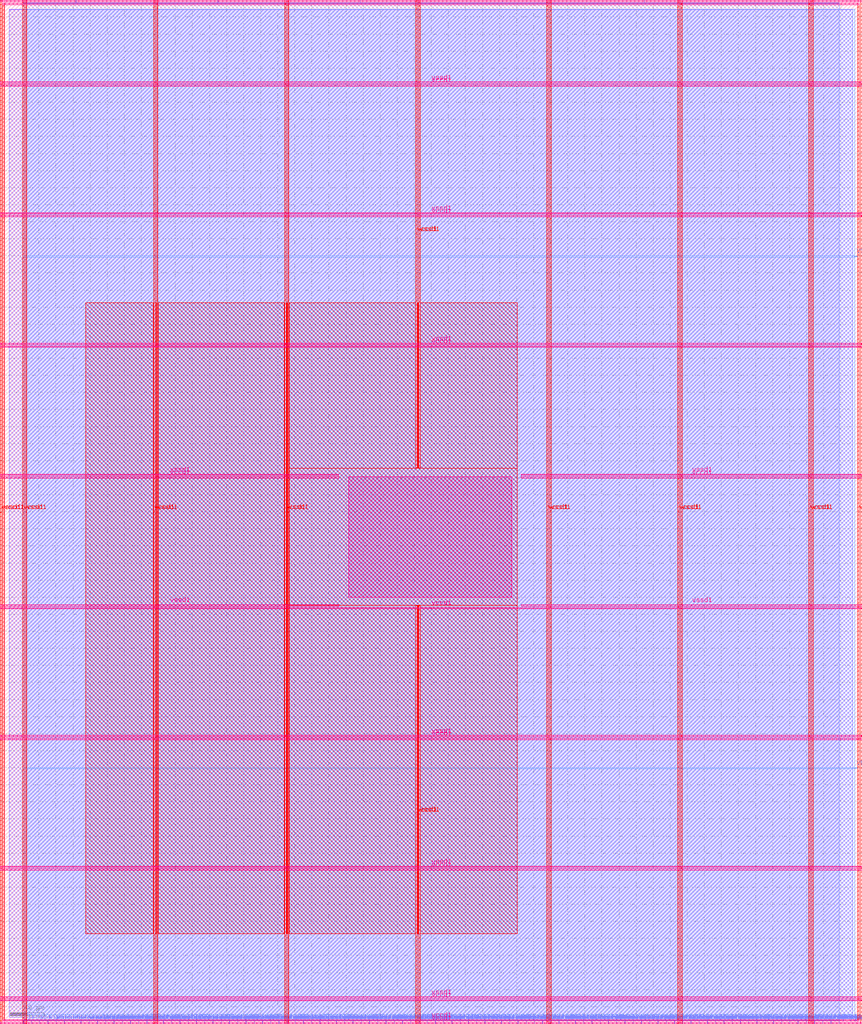
<source format=lef>
VERSION 5.7 ;
  NOWIREEXTENSIONATPIN ON ;
  DIVIDERCHAR "/" ;
  BUSBITCHARS "[]" ;
MACRO SRAM_Wrapper_top
  CLASS BLOCK ;
  FOREIGN SRAM_Wrapper_top ;
  ORIGIN 0.000 0.000 ;
  SIZE 1000.000 BY 1200.000 ;
  PIN EN
    DIRECTION INOUT ;
    USE SIGNAL ;
    PORT
      LAYER met2 ;
        RECT 249.870 1196.000 250.150 1200.000 ;
    END
  END EN
  PIN EN_VCLP
    DIRECTION OUTPUT TRISTATE ;
    USE SIGNAL ;
    PORT
      LAYER met2 ;
        RECT 978.050 0.000 978.330 4.000 ;
    END
  END EN_VCLP
  PIN Iref0
    DIRECTION INOUT ;
    USE SIGNAL ;
    PORT
      LAYER met2 ;
        RECT 416.390 1196.000 416.670 1200.000 ;
    END
  END Iref0
  PIN Iref1
    DIRECTION INOUT ;
    USE SIGNAL ;
    PORT
      LAYER met2 ;
        RECT 582.910 1196.000 583.190 1200.000 ;
    END
  END Iref1
  PIN Iref2
    DIRECTION INOUT ;
    USE SIGNAL ;
    PORT
      LAYER met2 ;
        RECT 749.430 1196.000 749.710 1200.000 ;
    END
  END Iref2
  PIN Iref3
    DIRECTION INOUT ;
    USE SIGNAL ;
    PORT
      LAYER met2 ;
        RECT 915.950 1196.000 916.230 1200.000 ;
    END
  END Iref3
  PIN VCLP
    DIRECTION INOUT ;
    USE SIGNAL ;
    PORT
      LAYER met2 ;
        RECT 83.350 1196.000 83.630 1200.000 ;
    END
  END VCLP
  PIN VDD
    DIRECTION INOUT ;
    USE SIGNAL ;
    PORT
      LAYER met3 ;
        RECT 996.000 299.240 1000.000 299.840 ;
    END
  END VDD
  PIN VSS
    DIRECTION INOUT ;
    USE SIGNAL ;
    PORT
      LAYER met3 ;
        RECT 996.000 899.000 1000.000 899.600 ;
    END
  END VSS
  PIN clk
    DIRECTION INPUT ;
    USE SIGNAL ;
    PORT
      LAYER met2 ;
        RECT 21.710 0.000 21.990 4.000 ;
    END
  END clk
  PIN reset_n
    DIRECTION INPUT ;
    USE SIGNAL ;
    PORT
      LAYER met2 ;
        RECT 31.370 0.000 31.650 4.000 ;
    END
  END reset_n
  PIN vccd1
    DIRECTION INOUT ;
    USE POWER ;
    PORT
      LAYER met4 ;
        RECT -2.080 3.280 -0.480 1196.240 ;
    END
    PORT
      LAYER met5 ;
        RECT -2.080 3.280 1001.660 4.880 ;
    END
    PORT
      LAYER met5 ;
        RECT -2.080 1194.640 1001.660 1196.240 ;
    END
    PORT
      LAYER met4 ;
        RECT 1000.060 3.280 1001.660 1196.240 ;
    END
    PORT
      LAYER met4 ;
        RECT 21.040 -0.020 22.640 1199.540 ;
    END
    PORT
      LAYER met4 ;
        RECT 174.640 -0.020 176.240 1199.540 ;
    END
    PORT
      LAYER met4 ;
        RECT 328.240 -0.020 329.840 1199.540 ;
    END
    PORT
      LAYER met4 ;
        RECT 481.840 -0.020 483.440 489.840 ;
    END
    PORT
      LAYER met4 ;
        RECT 481.840 651.530 483.440 1199.540 ;
    END
    PORT
      LAYER met4 ;
        RECT 635.440 -0.020 637.040 1199.540 ;
    END
    PORT
      LAYER met4 ;
        RECT 789.040 -0.020 790.640 1199.540 ;
    END
    PORT
      LAYER met4 ;
        RECT 942.640 -0.020 944.240 1199.540 ;
    END
    PORT
      LAYER met5 ;
        RECT -5.380 26.730 1004.960 28.330 ;
    END
    PORT
      LAYER met5 ;
        RECT -5.380 179.910 1004.960 181.510 ;
    END
    PORT
      LAYER met5 ;
        RECT -5.380 333.090 1004.960 334.690 ;
    END
    PORT
      LAYER met5 ;
        RECT -5.380 486.270 1004.960 487.870 ;
    END
    PORT
      LAYER met5 ;
        RECT -5.380 639.450 391.640 641.050 ;
    END
    PORT
      LAYER met5 ;
        RECT -5.380 792.630 1004.960 794.230 ;
    END
    PORT
      LAYER met5 ;
        RECT -5.380 945.810 1004.960 947.410 ;
    END
    PORT
      LAYER met5 ;
        RECT -5.380 1098.990 1004.960 1100.590 ;
    END
    PORT
      LAYER met5 ;
        RECT 605.660 639.450 1004.960 641.050 ;
    END
  END vccd1
  PIN vssd1
    DIRECTION INOUT ;
    USE GROUND ;
    PORT
      LAYER met4 ;
        RECT -5.380 -0.020 -3.780 1199.540 ;
    END
    PORT
      LAYER met5 ;
        RECT -5.380 -0.020 1004.960 1.580 ;
    END
    PORT
      LAYER met5 ;
        RECT -5.380 1197.940 1004.960 1199.540 ;
    END
    PORT
      LAYER met4 ;
        RECT 1003.360 -0.020 1004.960 1199.540 ;
    END
    PORT
      LAYER met4 ;
        RECT 24.340 -0.020 25.940 1199.540 ;
    END
    PORT
      LAYER met4 ;
        RECT 177.940 -0.020 179.540 1199.540 ;
    END
    PORT
      LAYER met4 ;
        RECT 331.540 -0.020 333.140 1199.540 ;
    END
    PORT
      LAYER met4 ;
        RECT 485.140 -0.020 486.740 489.840 ;
    END
    PORT
      LAYER met4 ;
        RECT 485.140 651.530 486.740 1199.540 ;
    END
    PORT
      LAYER met4 ;
        RECT 638.740 -0.020 640.340 1199.540 ;
    END
    PORT
      LAYER met4 ;
        RECT 792.340 -0.020 793.940 1199.540 ;
    END
    PORT
      LAYER met4 ;
        RECT 945.940 -0.020 947.540 1199.540 ;
    END
    PORT
      LAYER met5 ;
        RECT -5.380 30.030 1004.960 31.630 ;
    END
    PORT
      LAYER met5 ;
        RECT -5.380 183.210 1004.960 184.810 ;
    END
    PORT
      LAYER met5 ;
        RECT -5.380 336.390 1004.960 337.990 ;
    END
    PORT
      LAYER met5 ;
        RECT -5.380 489.570 391.640 491.170 ;
    END
    PORT
      LAYER met5 ;
        RECT -5.380 642.750 391.640 644.350 ;
    END
    PORT
      LAYER met5 ;
        RECT -5.380 795.930 1004.960 797.530 ;
    END
    PORT
      LAYER met5 ;
        RECT -5.380 949.110 1004.960 950.710 ;
    END
    PORT
      LAYER met5 ;
        RECT -5.380 1102.290 1004.960 1103.890 ;
    END
    PORT
      LAYER met5 ;
        RECT 605.660 489.570 1004.960 491.170 ;
    END
    PORT
      LAYER met5 ;
        RECT 605.660 642.750 1004.960 644.350 ;
    END
  END vssd1
  PIN wbs_we_i
    DIRECTION INPUT ;
    USE SIGNAL ;
    PORT
      LAYER met2 ;
        RECT 41.030 0.000 41.310 4.000 ;
    END
  END wbs_we_i
  PIN wishbone_buffer_data_in[0]
    DIRECTION INPUT ;
    USE SIGNAL ;
    PORT
      LAYER met2 ;
        RECT 60.350 0.000 60.630 4.000 ;
    END
  END wishbone_buffer_data_in[0]
  PIN wishbone_buffer_data_in[10]
    DIRECTION INPUT ;
    USE SIGNAL ;
    PORT
      LAYER met2 ;
        RECT 350.150 0.000 350.430 4.000 ;
    END
  END wishbone_buffer_data_in[10]
  PIN wishbone_buffer_data_in[11]
    DIRECTION INPUT ;
    USE SIGNAL ;
    PORT
      LAYER met2 ;
        RECT 379.130 0.000 379.410 4.000 ;
    END
  END wishbone_buffer_data_in[11]
  PIN wishbone_buffer_data_in[12]
    DIRECTION INPUT ;
    USE SIGNAL ;
    PORT
      LAYER met2 ;
        RECT 408.110 0.000 408.390 4.000 ;
    END
  END wishbone_buffer_data_in[12]
  PIN wishbone_buffer_data_in[13]
    DIRECTION INPUT ;
    USE SIGNAL ;
    PORT
      LAYER met2 ;
        RECT 437.090 0.000 437.370 4.000 ;
    END
  END wishbone_buffer_data_in[13]
  PIN wishbone_buffer_data_in[14]
    DIRECTION INPUT ;
    USE SIGNAL ;
    PORT
      LAYER met2 ;
        RECT 466.070 0.000 466.350 4.000 ;
    END
  END wishbone_buffer_data_in[14]
  PIN wishbone_buffer_data_in[15]
    DIRECTION INPUT ;
    USE SIGNAL ;
    PORT
      LAYER met2 ;
        RECT 495.050 0.000 495.330 4.000 ;
    END
  END wishbone_buffer_data_in[15]
  PIN wishbone_buffer_data_in[16]
    DIRECTION INPUT ;
    USE SIGNAL ;
    PORT
      LAYER met2 ;
        RECT 524.030 0.000 524.310 4.000 ;
    END
  END wishbone_buffer_data_in[16]
  PIN wishbone_buffer_data_in[17]
    DIRECTION INPUT ;
    USE SIGNAL ;
    PORT
      LAYER met2 ;
        RECT 553.010 0.000 553.290 4.000 ;
    END
  END wishbone_buffer_data_in[17]
  PIN wishbone_buffer_data_in[18]
    DIRECTION INPUT ;
    USE SIGNAL ;
    PORT
      LAYER met2 ;
        RECT 581.990 0.000 582.270 4.000 ;
    END
  END wishbone_buffer_data_in[18]
  PIN wishbone_buffer_data_in[19]
    DIRECTION INPUT ;
    USE SIGNAL ;
    PORT
      LAYER met2 ;
        RECT 610.970 0.000 611.250 4.000 ;
    END
  END wishbone_buffer_data_in[19]
  PIN wishbone_buffer_data_in[1]
    DIRECTION INPUT ;
    USE SIGNAL ;
    PORT
      LAYER met2 ;
        RECT 89.330 0.000 89.610 4.000 ;
    END
  END wishbone_buffer_data_in[1]
  PIN wishbone_buffer_data_in[20]
    DIRECTION INPUT ;
    USE SIGNAL ;
    PORT
      LAYER met2 ;
        RECT 639.950 0.000 640.230 4.000 ;
    END
  END wishbone_buffer_data_in[20]
  PIN wishbone_buffer_data_in[21]
    DIRECTION INPUT ;
    USE SIGNAL ;
    PORT
      LAYER met2 ;
        RECT 668.930 0.000 669.210 4.000 ;
    END
  END wishbone_buffer_data_in[21]
  PIN wishbone_buffer_data_in[22]
    DIRECTION INPUT ;
    USE SIGNAL ;
    PORT
      LAYER met2 ;
        RECT 697.910 0.000 698.190 4.000 ;
    END
  END wishbone_buffer_data_in[22]
  PIN wishbone_buffer_data_in[23]
    DIRECTION INPUT ;
    USE SIGNAL ;
    PORT
      LAYER met2 ;
        RECT 726.890 0.000 727.170 4.000 ;
    END
  END wishbone_buffer_data_in[23]
  PIN wishbone_buffer_data_in[24]
    DIRECTION INPUT ;
    USE SIGNAL ;
    PORT
      LAYER met2 ;
        RECT 755.870 0.000 756.150 4.000 ;
    END
  END wishbone_buffer_data_in[24]
  PIN wishbone_buffer_data_in[25]
    DIRECTION INPUT ;
    USE SIGNAL ;
    PORT
      LAYER met2 ;
        RECT 784.850 0.000 785.130 4.000 ;
    END
  END wishbone_buffer_data_in[25]
  PIN wishbone_buffer_data_in[26]
    DIRECTION INPUT ;
    USE SIGNAL ;
    PORT
      LAYER met2 ;
        RECT 813.830 0.000 814.110 4.000 ;
    END
  END wishbone_buffer_data_in[26]
  PIN wishbone_buffer_data_in[27]
    DIRECTION INPUT ;
    USE SIGNAL ;
    PORT
      LAYER met2 ;
        RECT 842.810 0.000 843.090 4.000 ;
    END
  END wishbone_buffer_data_in[27]
  PIN wishbone_buffer_data_in[28]
    DIRECTION INPUT ;
    USE SIGNAL ;
    PORT
      LAYER met2 ;
        RECT 871.790 0.000 872.070 4.000 ;
    END
  END wishbone_buffer_data_in[28]
  PIN wishbone_buffer_data_in[29]
    DIRECTION INPUT ;
    USE SIGNAL ;
    PORT
      LAYER met2 ;
        RECT 900.770 0.000 901.050 4.000 ;
    END
  END wishbone_buffer_data_in[29]
  PIN wishbone_buffer_data_in[2]
    DIRECTION INPUT ;
    USE SIGNAL ;
    PORT
      LAYER met2 ;
        RECT 118.310 0.000 118.590 4.000 ;
    END
  END wishbone_buffer_data_in[2]
  PIN wishbone_buffer_data_in[30]
    DIRECTION INPUT ;
    USE SIGNAL ;
    PORT
      LAYER met2 ;
        RECT 929.750 0.000 930.030 4.000 ;
    END
  END wishbone_buffer_data_in[30]
  PIN wishbone_buffer_data_in[31]
    DIRECTION INPUT ;
    USE SIGNAL ;
    PORT
      LAYER met2 ;
        RECT 958.730 0.000 959.010 4.000 ;
    END
  END wishbone_buffer_data_in[31]
  PIN wishbone_buffer_data_in[3]
    DIRECTION INPUT ;
    USE SIGNAL ;
    PORT
      LAYER met2 ;
        RECT 147.290 0.000 147.570 4.000 ;
    END
  END wishbone_buffer_data_in[3]
  PIN wishbone_buffer_data_in[4]
    DIRECTION INPUT ;
    USE SIGNAL ;
    PORT
      LAYER met2 ;
        RECT 176.270 0.000 176.550 4.000 ;
    END
  END wishbone_buffer_data_in[4]
  PIN wishbone_buffer_data_in[5]
    DIRECTION INPUT ;
    USE SIGNAL ;
    PORT
      LAYER met2 ;
        RECT 205.250 0.000 205.530 4.000 ;
    END
  END wishbone_buffer_data_in[5]
  PIN wishbone_buffer_data_in[6]
    DIRECTION INPUT ;
    USE SIGNAL ;
    PORT
      LAYER met2 ;
        RECT 234.230 0.000 234.510 4.000 ;
    END
  END wishbone_buffer_data_in[6]
  PIN wishbone_buffer_data_in[7]
    DIRECTION INPUT ;
    USE SIGNAL ;
    PORT
      LAYER met2 ;
        RECT 263.210 0.000 263.490 4.000 ;
    END
  END wishbone_buffer_data_in[7]
  PIN wishbone_buffer_data_in[8]
    DIRECTION INPUT ;
    USE SIGNAL ;
    PORT
      LAYER met2 ;
        RECT 292.190 0.000 292.470 4.000 ;
    END
  END wishbone_buffer_data_in[8]
  PIN wishbone_buffer_data_in[9]
    DIRECTION INPUT ;
    USE SIGNAL ;
    PORT
      LAYER met2 ;
        RECT 321.170 0.000 321.450 4.000 ;
    END
  END wishbone_buffer_data_in[9]
  PIN wishbone_databus_out[0]
    DIRECTION OUTPUT TRISTATE ;
    USE SIGNAL ;
    PORT
      LAYER met2 ;
        RECT 70.010 0.000 70.290 4.000 ;
    END
  END wishbone_databus_out[0]
  PIN wishbone_databus_out[10]
    DIRECTION OUTPUT TRISTATE ;
    USE SIGNAL ;
    PORT
      LAYER met2 ;
        RECT 359.810 0.000 360.090 4.000 ;
    END
  END wishbone_databus_out[10]
  PIN wishbone_databus_out[11]
    DIRECTION OUTPUT TRISTATE ;
    USE SIGNAL ;
    PORT
      LAYER met2 ;
        RECT 388.790 0.000 389.070 4.000 ;
    END
  END wishbone_databus_out[11]
  PIN wishbone_databus_out[12]
    DIRECTION OUTPUT TRISTATE ;
    USE SIGNAL ;
    PORT
      LAYER met2 ;
        RECT 417.770 0.000 418.050 4.000 ;
    END
  END wishbone_databus_out[12]
  PIN wishbone_databus_out[13]
    DIRECTION OUTPUT TRISTATE ;
    USE SIGNAL ;
    PORT
      LAYER met2 ;
        RECT 446.750 0.000 447.030 4.000 ;
    END
  END wishbone_databus_out[13]
  PIN wishbone_databus_out[14]
    DIRECTION OUTPUT TRISTATE ;
    USE SIGNAL ;
    PORT
      LAYER met2 ;
        RECT 475.730 0.000 476.010 4.000 ;
    END
  END wishbone_databus_out[14]
  PIN wishbone_databus_out[15]
    DIRECTION OUTPUT TRISTATE ;
    USE SIGNAL ;
    PORT
      LAYER met2 ;
        RECT 504.710 0.000 504.990 4.000 ;
    END
  END wishbone_databus_out[15]
  PIN wishbone_databus_out[16]
    DIRECTION OUTPUT TRISTATE ;
    USE SIGNAL ;
    PORT
      LAYER met2 ;
        RECT 533.690 0.000 533.970 4.000 ;
    END
  END wishbone_databus_out[16]
  PIN wishbone_databus_out[17]
    DIRECTION OUTPUT TRISTATE ;
    USE SIGNAL ;
    PORT
      LAYER met2 ;
        RECT 562.670 0.000 562.950 4.000 ;
    END
  END wishbone_databus_out[17]
  PIN wishbone_databus_out[18]
    DIRECTION OUTPUT TRISTATE ;
    USE SIGNAL ;
    PORT
      LAYER met2 ;
        RECT 591.650 0.000 591.930 4.000 ;
    END
  END wishbone_databus_out[18]
  PIN wishbone_databus_out[19]
    DIRECTION OUTPUT TRISTATE ;
    USE SIGNAL ;
    PORT
      LAYER met2 ;
        RECT 620.630 0.000 620.910 4.000 ;
    END
  END wishbone_databus_out[19]
  PIN wishbone_databus_out[1]
    DIRECTION OUTPUT TRISTATE ;
    USE SIGNAL ;
    PORT
      LAYER met2 ;
        RECT 98.990 0.000 99.270 4.000 ;
    END
  END wishbone_databus_out[1]
  PIN wishbone_databus_out[20]
    DIRECTION OUTPUT TRISTATE ;
    USE SIGNAL ;
    PORT
      LAYER met2 ;
        RECT 649.610 0.000 649.890 4.000 ;
    END
  END wishbone_databus_out[20]
  PIN wishbone_databus_out[21]
    DIRECTION OUTPUT TRISTATE ;
    USE SIGNAL ;
    PORT
      LAYER met2 ;
        RECT 678.590 0.000 678.870 4.000 ;
    END
  END wishbone_databus_out[21]
  PIN wishbone_databus_out[22]
    DIRECTION OUTPUT TRISTATE ;
    USE SIGNAL ;
    PORT
      LAYER met2 ;
        RECT 707.570 0.000 707.850 4.000 ;
    END
  END wishbone_databus_out[22]
  PIN wishbone_databus_out[23]
    DIRECTION OUTPUT TRISTATE ;
    USE SIGNAL ;
    PORT
      LAYER met2 ;
        RECT 736.550 0.000 736.830 4.000 ;
    END
  END wishbone_databus_out[23]
  PIN wishbone_databus_out[24]
    DIRECTION OUTPUT TRISTATE ;
    USE SIGNAL ;
    PORT
      LAYER met2 ;
        RECT 765.530 0.000 765.810 4.000 ;
    END
  END wishbone_databus_out[24]
  PIN wishbone_databus_out[25]
    DIRECTION OUTPUT TRISTATE ;
    USE SIGNAL ;
    PORT
      LAYER met2 ;
        RECT 794.510 0.000 794.790 4.000 ;
    END
  END wishbone_databus_out[25]
  PIN wishbone_databus_out[26]
    DIRECTION OUTPUT TRISTATE ;
    USE SIGNAL ;
    PORT
      LAYER met2 ;
        RECT 823.490 0.000 823.770 4.000 ;
    END
  END wishbone_databus_out[26]
  PIN wishbone_databus_out[27]
    DIRECTION OUTPUT TRISTATE ;
    USE SIGNAL ;
    PORT
      LAYER met2 ;
        RECT 852.470 0.000 852.750 4.000 ;
    END
  END wishbone_databus_out[27]
  PIN wishbone_databus_out[28]
    DIRECTION OUTPUT TRISTATE ;
    USE SIGNAL ;
    PORT
      LAYER met2 ;
        RECT 881.450 0.000 881.730 4.000 ;
    END
  END wishbone_databus_out[28]
  PIN wishbone_databus_out[29]
    DIRECTION OUTPUT TRISTATE ;
    USE SIGNAL ;
    PORT
      LAYER met2 ;
        RECT 910.430 0.000 910.710 4.000 ;
    END
  END wishbone_databus_out[29]
  PIN wishbone_databus_out[2]
    DIRECTION OUTPUT TRISTATE ;
    USE SIGNAL ;
    PORT
      LAYER met2 ;
        RECT 127.970 0.000 128.250 4.000 ;
    END
  END wishbone_databus_out[2]
  PIN wishbone_databus_out[30]
    DIRECTION OUTPUT TRISTATE ;
    USE SIGNAL ;
    PORT
      LAYER met2 ;
        RECT 939.410 0.000 939.690 4.000 ;
    END
  END wishbone_databus_out[30]
  PIN wishbone_databus_out[31]
    DIRECTION OUTPUT TRISTATE ;
    USE SIGNAL ;
    PORT
      LAYER met2 ;
        RECT 968.390 0.000 968.670 4.000 ;
    END
  END wishbone_databus_out[31]
  PIN wishbone_databus_out[3]
    DIRECTION OUTPUT TRISTATE ;
    USE SIGNAL ;
    PORT
      LAYER met2 ;
        RECT 156.950 0.000 157.230 4.000 ;
    END
  END wishbone_databus_out[3]
  PIN wishbone_databus_out[4]
    DIRECTION OUTPUT TRISTATE ;
    USE SIGNAL ;
    PORT
      LAYER met2 ;
        RECT 185.930 0.000 186.210 4.000 ;
    END
  END wishbone_databus_out[4]
  PIN wishbone_databus_out[5]
    DIRECTION OUTPUT TRISTATE ;
    USE SIGNAL ;
    PORT
      LAYER met2 ;
        RECT 214.910 0.000 215.190 4.000 ;
    END
  END wishbone_databus_out[5]
  PIN wishbone_databus_out[6]
    DIRECTION OUTPUT TRISTATE ;
    USE SIGNAL ;
    PORT
      LAYER met2 ;
        RECT 243.890 0.000 244.170 4.000 ;
    END
  END wishbone_databus_out[6]
  PIN wishbone_databus_out[7]
    DIRECTION OUTPUT TRISTATE ;
    USE SIGNAL ;
    PORT
      LAYER met2 ;
        RECT 272.870 0.000 273.150 4.000 ;
    END
  END wishbone_databus_out[7]
  PIN wishbone_databus_out[8]
    DIRECTION OUTPUT TRISTATE ;
    USE SIGNAL ;
    PORT
      LAYER met2 ;
        RECT 301.850 0.000 302.130 4.000 ;
    END
  END wishbone_databus_out[8]
  PIN wishbone_databus_out[9]
    DIRECTION OUTPUT TRISTATE ;
    USE SIGNAL ;
    PORT
      LAYER met2 ;
        RECT 330.830 0.000 331.110 4.000 ;
    END
  END wishbone_databus_out[9]
  PIN wishbone_rw_addr[0]
    DIRECTION INPUT ;
    USE SIGNAL ;
    PORT
      LAYER met2 ;
        RECT 50.690 0.000 50.970 4.000 ;
    END
  END wishbone_rw_addr[0]
  PIN wishbone_rw_addr[10]
    DIRECTION INPUT ;
    USE SIGNAL ;
    PORT
      LAYER met2 ;
        RECT 340.490 0.000 340.770 4.000 ;
    END
  END wishbone_rw_addr[10]
  PIN wishbone_rw_addr[11]
    DIRECTION INPUT ;
    USE SIGNAL ;
    PORT
      LAYER met2 ;
        RECT 369.470 0.000 369.750 4.000 ;
    END
  END wishbone_rw_addr[11]
  PIN wishbone_rw_addr[12]
    DIRECTION INPUT ;
    USE SIGNAL ;
    PORT
      LAYER met2 ;
        RECT 398.450 0.000 398.730 4.000 ;
    END
  END wishbone_rw_addr[12]
  PIN wishbone_rw_addr[13]
    DIRECTION INPUT ;
    USE SIGNAL ;
    PORT
      LAYER met2 ;
        RECT 427.430 0.000 427.710 4.000 ;
    END
  END wishbone_rw_addr[13]
  PIN wishbone_rw_addr[14]
    DIRECTION INPUT ;
    USE SIGNAL ;
    PORT
      LAYER met2 ;
        RECT 456.410 0.000 456.690 4.000 ;
    END
  END wishbone_rw_addr[14]
  PIN wishbone_rw_addr[15]
    DIRECTION INPUT ;
    USE SIGNAL ;
    PORT
      LAYER met2 ;
        RECT 485.390 0.000 485.670 4.000 ;
    END
  END wishbone_rw_addr[15]
  PIN wishbone_rw_addr[16]
    DIRECTION INPUT ;
    USE SIGNAL ;
    PORT
      LAYER met2 ;
        RECT 514.370 0.000 514.650 4.000 ;
    END
  END wishbone_rw_addr[16]
  PIN wishbone_rw_addr[17]
    DIRECTION INPUT ;
    USE SIGNAL ;
    PORT
      LAYER met2 ;
        RECT 543.350 0.000 543.630 4.000 ;
    END
  END wishbone_rw_addr[17]
  PIN wishbone_rw_addr[18]
    DIRECTION INPUT ;
    USE SIGNAL ;
    PORT
      LAYER met2 ;
        RECT 572.330 0.000 572.610 4.000 ;
    END
  END wishbone_rw_addr[18]
  PIN wishbone_rw_addr[19]
    DIRECTION INPUT ;
    USE SIGNAL ;
    PORT
      LAYER met2 ;
        RECT 601.310 0.000 601.590 4.000 ;
    END
  END wishbone_rw_addr[19]
  PIN wishbone_rw_addr[1]
    DIRECTION INPUT ;
    USE SIGNAL ;
    PORT
      LAYER met2 ;
        RECT 79.670 0.000 79.950 4.000 ;
    END
  END wishbone_rw_addr[1]
  PIN wishbone_rw_addr[20]
    DIRECTION INPUT ;
    USE SIGNAL ;
    PORT
      LAYER met2 ;
        RECT 630.290 0.000 630.570 4.000 ;
    END
  END wishbone_rw_addr[20]
  PIN wishbone_rw_addr[21]
    DIRECTION INPUT ;
    USE SIGNAL ;
    PORT
      LAYER met2 ;
        RECT 659.270 0.000 659.550 4.000 ;
    END
  END wishbone_rw_addr[21]
  PIN wishbone_rw_addr[22]
    DIRECTION INPUT ;
    USE SIGNAL ;
    PORT
      LAYER met2 ;
        RECT 688.250 0.000 688.530 4.000 ;
    END
  END wishbone_rw_addr[22]
  PIN wishbone_rw_addr[23]
    DIRECTION INPUT ;
    USE SIGNAL ;
    PORT
      LAYER met2 ;
        RECT 717.230 0.000 717.510 4.000 ;
    END
  END wishbone_rw_addr[23]
  PIN wishbone_rw_addr[24]
    DIRECTION INPUT ;
    USE SIGNAL ;
    PORT
      LAYER met2 ;
        RECT 746.210 0.000 746.490 4.000 ;
    END
  END wishbone_rw_addr[24]
  PIN wishbone_rw_addr[25]
    DIRECTION INPUT ;
    USE SIGNAL ;
    PORT
      LAYER met2 ;
        RECT 775.190 0.000 775.470 4.000 ;
    END
  END wishbone_rw_addr[25]
  PIN wishbone_rw_addr[26]
    DIRECTION INPUT ;
    USE SIGNAL ;
    PORT
      LAYER met2 ;
        RECT 804.170 0.000 804.450 4.000 ;
    END
  END wishbone_rw_addr[26]
  PIN wishbone_rw_addr[27]
    DIRECTION INPUT ;
    USE SIGNAL ;
    PORT
      LAYER met2 ;
        RECT 833.150 0.000 833.430 4.000 ;
    END
  END wishbone_rw_addr[27]
  PIN wishbone_rw_addr[28]
    DIRECTION INPUT ;
    USE SIGNAL ;
    PORT
      LAYER met2 ;
        RECT 862.130 0.000 862.410 4.000 ;
    END
  END wishbone_rw_addr[28]
  PIN wishbone_rw_addr[29]
    DIRECTION INPUT ;
    USE SIGNAL ;
    PORT
      LAYER met2 ;
        RECT 891.110 0.000 891.390 4.000 ;
    END
  END wishbone_rw_addr[29]
  PIN wishbone_rw_addr[2]
    DIRECTION INPUT ;
    USE SIGNAL ;
    PORT
      LAYER met2 ;
        RECT 108.650 0.000 108.930 4.000 ;
    END
  END wishbone_rw_addr[2]
  PIN wishbone_rw_addr[30]
    DIRECTION INPUT ;
    USE SIGNAL ;
    PORT
      LAYER met2 ;
        RECT 920.090 0.000 920.370 4.000 ;
    END
  END wishbone_rw_addr[30]
  PIN wishbone_rw_addr[31]
    DIRECTION INPUT ;
    USE SIGNAL ;
    PORT
      LAYER met2 ;
        RECT 949.070 0.000 949.350 4.000 ;
    END
  END wishbone_rw_addr[31]
  PIN wishbone_rw_addr[3]
    DIRECTION INPUT ;
    USE SIGNAL ;
    PORT
      LAYER met2 ;
        RECT 137.630 0.000 137.910 4.000 ;
    END
  END wishbone_rw_addr[3]
  PIN wishbone_rw_addr[4]
    DIRECTION INPUT ;
    USE SIGNAL ;
    PORT
      LAYER met2 ;
        RECT 166.610 0.000 166.890 4.000 ;
    END
  END wishbone_rw_addr[4]
  PIN wishbone_rw_addr[5]
    DIRECTION INPUT ;
    USE SIGNAL ;
    PORT
      LAYER met2 ;
        RECT 195.590 0.000 195.870 4.000 ;
    END
  END wishbone_rw_addr[5]
  PIN wishbone_rw_addr[6]
    DIRECTION INPUT ;
    USE SIGNAL ;
    PORT
      LAYER met2 ;
        RECT 224.570 0.000 224.850 4.000 ;
    END
  END wishbone_rw_addr[6]
  PIN wishbone_rw_addr[7]
    DIRECTION INPUT ;
    USE SIGNAL ;
    PORT
      LAYER met2 ;
        RECT 253.550 0.000 253.830 4.000 ;
    END
  END wishbone_rw_addr[7]
  PIN wishbone_rw_addr[8]
    DIRECTION INPUT ;
    USE SIGNAL ;
    PORT
      LAYER met2 ;
        RECT 282.530 0.000 282.810 4.000 ;
    END
  END wishbone_rw_addr[8]
  PIN wishbone_rw_addr[9]
    DIRECTION INPUT ;
    USE SIGNAL ;
    PORT
      LAYER met2 ;
        RECT 311.510 0.000 311.790 4.000 ;
    END
  END wishbone_rw_addr[9]
  OBS
      LAYER li1 ;
        RECT 5.520 10.795 994.060 1188.725 ;
      LAYER met1 ;
        RECT 5.520 7.860 994.060 1188.880 ;
      LAYER met2 ;
        RECT 21.070 1195.720 83.070 1196.530 ;
        RECT 83.910 1195.720 249.590 1196.530 ;
        RECT 250.430 1195.720 416.110 1196.530 ;
        RECT 416.950 1195.720 582.630 1196.530 ;
        RECT 583.470 1195.720 749.150 1196.530 ;
        RECT 749.990 1195.720 915.670 1196.530 ;
        RECT 916.510 1195.720 978.320 1196.530 ;
        RECT 21.070 4.280 978.320 1195.720 ;
        RECT 21.070 3.670 21.430 4.280 ;
        RECT 22.270 3.670 31.090 4.280 ;
        RECT 31.930 3.670 40.750 4.280 ;
        RECT 41.590 3.670 50.410 4.280 ;
        RECT 51.250 3.670 60.070 4.280 ;
        RECT 60.910 3.670 69.730 4.280 ;
        RECT 70.570 3.670 79.390 4.280 ;
        RECT 80.230 3.670 89.050 4.280 ;
        RECT 89.890 3.670 98.710 4.280 ;
        RECT 99.550 3.670 108.370 4.280 ;
        RECT 109.210 3.670 118.030 4.280 ;
        RECT 118.870 3.670 127.690 4.280 ;
        RECT 128.530 3.670 137.350 4.280 ;
        RECT 138.190 3.670 147.010 4.280 ;
        RECT 147.850 3.670 156.670 4.280 ;
        RECT 157.510 3.670 166.330 4.280 ;
        RECT 167.170 3.670 175.990 4.280 ;
        RECT 176.830 3.670 185.650 4.280 ;
        RECT 186.490 3.670 195.310 4.280 ;
        RECT 196.150 3.670 204.970 4.280 ;
        RECT 205.810 3.670 214.630 4.280 ;
        RECT 215.470 3.670 224.290 4.280 ;
        RECT 225.130 3.670 233.950 4.280 ;
        RECT 234.790 3.670 243.610 4.280 ;
        RECT 244.450 3.670 253.270 4.280 ;
        RECT 254.110 3.670 262.930 4.280 ;
        RECT 263.770 3.670 272.590 4.280 ;
        RECT 273.430 3.670 282.250 4.280 ;
        RECT 283.090 3.670 291.910 4.280 ;
        RECT 292.750 3.670 301.570 4.280 ;
        RECT 302.410 3.670 311.230 4.280 ;
        RECT 312.070 3.670 320.890 4.280 ;
        RECT 321.730 3.670 330.550 4.280 ;
        RECT 331.390 3.670 340.210 4.280 ;
        RECT 341.050 3.670 349.870 4.280 ;
        RECT 350.710 3.670 359.530 4.280 ;
        RECT 360.370 3.670 369.190 4.280 ;
        RECT 370.030 3.670 378.850 4.280 ;
        RECT 379.690 3.670 388.510 4.280 ;
        RECT 389.350 3.670 398.170 4.280 ;
        RECT 399.010 3.670 407.830 4.280 ;
        RECT 408.670 3.670 417.490 4.280 ;
        RECT 418.330 3.670 427.150 4.280 ;
        RECT 427.990 3.670 436.810 4.280 ;
        RECT 437.650 3.670 446.470 4.280 ;
        RECT 447.310 3.670 456.130 4.280 ;
        RECT 456.970 3.670 465.790 4.280 ;
        RECT 466.630 3.670 475.450 4.280 ;
        RECT 476.290 3.670 485.110 4.280 ;
        RECT 485.950 3.670 494.770 4.280 ;
        RECT 495.610 3.670 504.430 4.280 ;
        RECT 505.270 3.670 514.090 4.280 ;
        RECT 514.930 3.670 523.750 4.280 ;
        RECT 524.590 3.670 533.410 4.280 ;
        RECT 534.250 3.670 543.070 4.280 ;
        RECT 543.910 3.670 552.730 4.280 ;
        RECT 553.570 3.670 562.390 4.280 ;
        RECT 563.230 3.670 572.050 4.280 ;
        RECT 572.890 3.670 581.710 4.280 ;
        RECT 582.550 3.670 591.370 4.280 ;
        RECT 592.210 3.670 601.030 4.280 ;
        RECT 601.870 3.670 610.690 4.280 ;
        RECT 611.530 3.670 620.350 4.280 ;
        RECT 621.190 3.670 630.010 4.280 ;
        RECT 630.850 3.670 639.670 4.280 ;
        RECT 640.510 3.670 649.330 4.280 ;
        RECT 650.170 3.670 658.990 4.280 ;
        RECT 659.830 3.670 668.650 4.280 ;
        RECT 669.490 3.670 678.310 4.280 ;
        RECT 679.150 3.670 687.970 4.280 ;
        RECT 688.810 3.670 697.630 4.280 ;
        RECT 698.470 3.670 707.290 4.280 ;
        RECT 708.130 3.670 716.950 4.280 ;
        RECT 717.790 3.670 726.610 4.280 ;
        RECT 727.450 3.670 736.270 4.280 ;
        RECT 737.110 3.670 745.930 4.280 ;
        RECT 746.770 3.670 755.590 4.280 ;
        RECT 756.430 3.670 765.250 4.280 ;
        RECT 766.090 3.670 774.910 4.280 ;
        RECT 775.750 3.670 784.570 4.280 ;
        RECT 785.410 3.670 794.230 4.280 ;
        RECT 795.070 3.670 803.890 4.280 ;
        RECT 804.730 3.670 813.550 4.280 ;
        RECT 814.390 3.670 823.210 4.280 ;
        RECT 824.050 3.670 832.870 4.280 ;
        RECT 833.710 3.670 842.530 4.280 ;
        RECT 843.370 3.670 852.190 4.280 ;
        RECT 853.030 3.670 861.850 4.280 ;
        RECT 862.690 3.670 871.510 4.280 ;
        RECT 872.350 3.670 881.170 4.280 ;
        RECT 882.010 3.670 890.830 4.280 ;
        RECT 891.670 3.670 900.490 4.280 ;
        RECT 901.330 3.670 910.150 4.280 ;
        RECT 910.990 3.670 919.810 4.280 ;
        RECT 920.650 3.670 929.470 4.280 ;
        RECT 930.310 3.670 939.130 4.280 ;
        RECT 939.970 3.670 948.790 4.280 ;
        RECT 949.630 3.670 958.450 4.280 ;
        RECT 959.290 3.670 968.110 4.280 ;
        RECT 968.950 3.670 977.770 4.280 ;
      LAYER met3 ;
        RECT 21.050 900.000 996.000 1188.805 ;
        RECT 21.050 898.600 995.600 900.000 ;
        RECT 21.050 300.240 996.000 898.600 ;
        RECT 21.050 298.840 995.600 300.240 ;
        RECT 21.050 10.715 996.000 298.840 ;
      LAYER met4 ;
        RECT 95.055 105.575 174.240 845.065 ;
        RECT 176.640 105.575 177.540 845.065 ;
        RECT 179.940 105.575 327.840 845.065 ;
        RECT 330.240 105.575 331.140 845.065 ;
        RECT 333.540 651.130 481.440 845.065 ;
        RECT 483.840 651.130 484.740 845.065 ;
        RECT 487.140 651.130 600.465 845.065 ;
        RECT 333.540 490.240 600.465 651.130 ;
        RECT 333.540 105.575 481.440 490.240 ;
        RECT 483.840 105.575 484.740 490.240 ;
        RECT 487.140 105.575 600.465 490.240 ;
      LAYER met5 ;
        RECT 403.240 500.140 594.060 641.230 ;
  END
END SRAM_Wrapper_top
END LIBRARY


</source>
